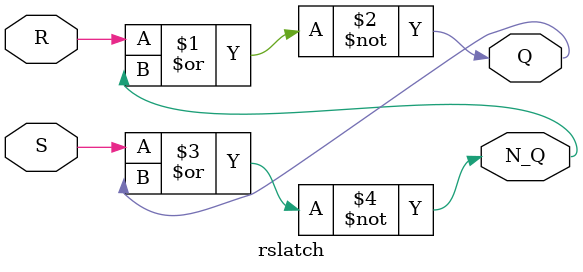
<source format=v>
`timescale 1ns / 1ps
module rslatch(
    input R,
    input S,
    output Q,
    output N_Q
    );
	 
	 nor(Q,R,N_Q);
	 nor(N_Q,S,Q);


endmodule

</source>
